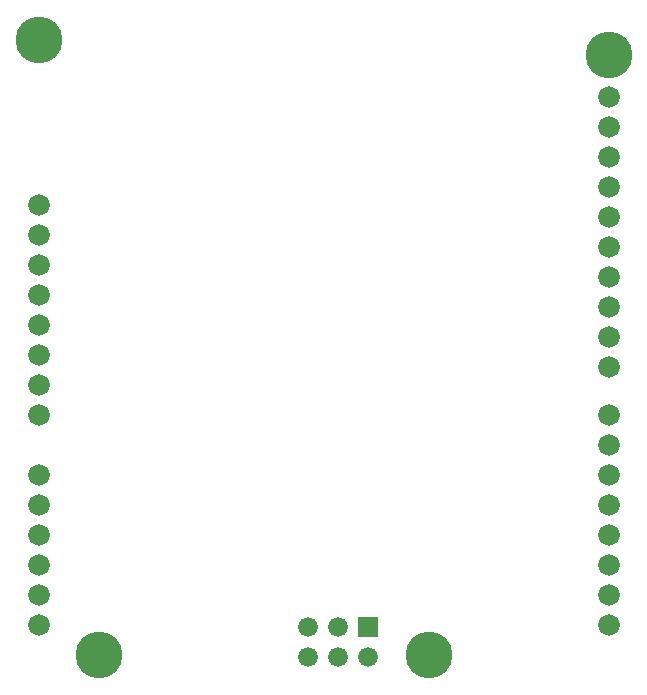
<source format=gbr>
G04 start of page 7 for group -4062 idx -4062 *
G04 Title: (unknown), soldermask *
G04 Creator: pcb 4.0.2 *
G04 CreationDate: Thu Oct 28 20:11:09 2021 UTC *
G04 For: ndholmes *
G04 Format: Gerber/RS-274X *
G04 PCB-Dimensions (mil): 2100.00 2700.00 *
G04 PCB-Coordinate-Origin: lower left *
%MOIN*%
%FSLAX25Y25*%
%LNBOTTOMMASK*%
%ADD40C,0.0001*%
%ADD39C,0.0660*%
%ADD38C,0.1560*%
%ADD37C,0.0720*%
G54D37*X200000Y20000D03*
Y30000D03*
Y40000D03*
Y50000D03*
Y60000D03*
Y70000D03*
G54D38*X140000Y10000D03*
G54D39*X119803Y9449D03*
X109803D03*
X99803D03*
G54D40*G36*
X116503Y22749D02*Y16149D01*
X123103D01*
Y22749D01*
X116503D01*
G37*
G54D39*X109803Y19449D03*
X99803D03*
G54D37*X10000Y130000D03*
Y120000D03*
Y110000D03*
Y100000D03*
Y160000D03*
Y150000D03*
Y140000D03*
G54D38*Y215000D03*
G54D37*Y90000D03*
Y70000D03*
Y60000D03*
Y50000D03*
Y40000D03*
Y30000D03*
Y20000D03*
G54D38*X30000Y10000D03*
G54D37*X200000Y80000D03*
Y90000D03*
Y106000D03*
Y116000D03*
Y126000D03*
Y136000D03*
Y146000D03*
Y156000D03*
Y166000D03*
Y176000D03*
Y186000D03*
Y196000D03*
G54D38*Y210000D03*
M02*

</source>
